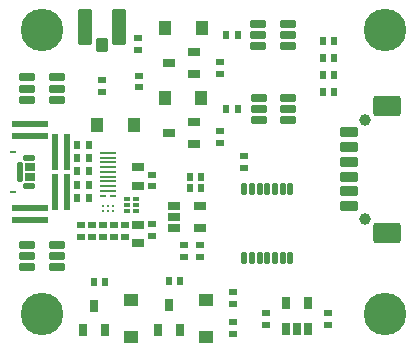
<source format=gts>
G04*
G04 #@! TF.GenerationSoftware,Altium Limited,Altium Designer,21.6.4 (81)*
G04*
G04 Layer_Color=8388736*
%FSLAX25Y25*%
%MOIN*%
G70*
G04*
G04 #@! TF.SameCoordinates,C1900F0A-900D-499D-9597-BB550FD85569*
G04*
G04*
G04 #@! TF.FilePolarity,Negative*
G04*
G01*
G75*
%ADD37R,0.02362X0.00787*%
%ADD38C,0.01102*%
G04:AMPARAMS|DCode=39|XSize=13.78mil|YSize=22.44mil|CornerRadius=1.58mil|HoleSize=0mil|Usage=FLASHONLY|Rotation=90.000|XOffset=0mil|YOffset=0mil|HoleType=Round|Shape=RoundedRectangle|*
%AMROUNDEDRECTD39*
21,1,0.01378,0.01929,0,0,90.0*
21,1,0.01063,0.02244,0,0,90.0*
1,1,0.00315,0.00965,0.00532*
1,1,0.00315,0.00965,-0.00532*
1,1,0.00315,-0.00965,-0.00532*
1,1,0.00315,-0.00965,0.00532*
%
%ADD39ROUNDEDRECTD39*%
G04:AMPARAMS|DCode=40|XSize=13.78mil|YSize=21.26mil|CornerRadius=1.58mil|HoleSize=0mil|Usage=FLASHONLY|Rotation=90.000|XOffset=0mil|YOffset=0mil|HoleType=Round|Shape=RoundedRectangle|*
%AMROUNDEDRECTD40*
21,1,0.01378,0.01811,0,0,90.0*
21,1,0.01063,0.02126,0,0,90.0*
1,1,0.00315,0.00906,0.00532*
1,1,0.00315,0.00906,-0.00532*
1,1,0.00315,-0.00906,-0.00532*
1,1,0.00315,-0.00906,0.00532*
%
%ADD40ROUNDEDRECTD40*%
%ADD41R,0.04291X0.03110*%
%ADD42O,0.01968X0.04331*%
%ADD43R,0.03110X0.04291*%
G04:AMPARAMS|DCode=44|XSize=51.58mil|YSize=26.77mil|CornerRadius=4.82mil|HoleSize=0mil|Usage=FLASHONLY|Rotation=180.000|XOffset=0mil|YOffset=0mil|HoleType=Round|Shape=RoundedRectangle|*
%AMROUNDEDRECTD44*
21,1,0.05158,0.01713,0,0,180.0*
21,1,0.04193,0.02677,0,0,180.0*
1,1,0.00965,-0.02097,0.00856*
1,1,0.00965,0.02097,0.00856*
1,1,0.00965,0.02097,-0.00856*
1,1,0.00965,-0.02097,-0.00856*
%
%ADD44ROUNDEDRECTD44*%
%ADD45R,0.02756X0.02362*%
%ADD46R,0.02362X0.02756*%
%ADD47O,0.02402X0.00906*%
%ADD48O,0.05551X0.00906*%
%ADD49R,0.03937X0.03150*%
%ADD50R,0.03150X0.03937*%
G04:AMPARAMS|DCode=51|XSize=43.31mil|YSize=45.28mil|CornerRadius=5.91mil|HoleSize=0mil|Usage=FLASHONLY|Rotation=0.000|XOffset=0mil|YOffset=0mil|HoleType=Round|Shape=RoundedRectangle|*
%AMROUNDEDRECTD51*
21,1,0.04331,0.03347,0,0,0.0*
21,1,0.03150,0.04528,0,0,0.0*
1,1,0.01181,0.01575,-0.01673*
1,1,0.01181,-0.01575,-0.01673*
1,1,0.01181,-0.01575,0.01673*
1,1,0.01181,0.01575,0.01673*
%
%ADD51ROUNDEDRECTD51*%
G04:AMPARAMS|DCode=52|XSize=44.29mil|YSize=122.05mil|CornerRadius=6mil|HoleSize=0mil|Usage=FLASHONLY|Rotation=180.000|XOffset=0mil|YOffset=0mil|HoleType=Round|Shape=RoundedRectangle|*
%AMROUNDEDRECTD52*
21,1,0.04429,0.11004,0,0,180.0*
21,1,0.03228,0.12205,0,0,180.0*
1,1,0.01201,-0.01614,0.05502*
1,1,0.01201,0.01614,0.05502*
1,1,0.01201,0.01614,-0.05502*
1,1,0.01201,-0.01614,-0.05502*
%
%ADD52ROUNDEDRECTD52*%
G04:AMPARAMS|DCode=53|XSize=66.93mil|YSize=90.55mil|CornerRadius=8.27mil|HoleSize=0mil|Usage=FLASHONLY|Rotation=90.000|XOffset=0mil|YOffset=0mil|HoleType=Round|Shape=RoundedRectangle|*
%AMROUNDEDRECTD53*
21,1,0.06693,0.07402,0,0,90.0*
21,1,0.05039,0.09055,0,0,90.0*
1,1,0.01654,0.03701,0.02520*
1,1,0.01654,0.03701,-0.02520*
1,1,0.01654,-0.03701,-0.02520*
1,1,0.01654,-0.03701,0.02520*
%
%ADD53ROUNDEDRECTD53*%
G04:AMPARAMS|DCode=54|XSize=31.5mil|YSize=62.99mil|CornerRadius=4.72mil|HoleSize=0mil|Usage=FLASHONLY|Rotation=90.000|XOffset=0mil|YOffset=0mil|HoleType=Round|Shape=RoundedRectangle|*
%AMROUNDEDRECTD54*
21,1,0.03150,0.05354,0,0,90.0*
21,1,0.02205,0.06299,0,0,90.0*
1,1,0.00945,0.02677,0.01102*
1,1,0.00945,0.02677,-0.01102*
1,1,0.00945,-0.02677,-0.01102*
1,1,0.00945,-0.02677,0.01102*
%
%ADD54ROUNDEDRECTD54*%
%ADD55R,0.04134X0.04528*%
%ADD56R,0.04528X0.04134*%
G04:AMPARAMS|DCode=57|XSize=19.09mil|YSize=41.34mil|CornerRadius=2.35mil|HoleSize=0mil|Usage=FLASHONLY|Rotation=90.000|XOffset=0mil|YOffset=0mil|HoleType=Round|Shape=RoundedRectangle|*
%AMROUNDEDRECTD57*
21,1,0.01909,0.03664,0,0,90.0*
21,1,0.01440,0.04134,0,0,90.0*
1,1,0.00470,0.01832,0.00720*
1,1,0.00470,0.01832,-0.00720*
1,1,0.00470,-0.01832,-0.00720*
1,1,0.00470,-0.01832,0.00720*
%
%ADD57ROUNDEDRECTD57*%
G04:AMPARAMS|DCode=58|XSize=25.98mil|YSize=33.07mil|CornerRadius=2.52mil|HoleSize=0mil|Usage=FLASHONLY|Rotation=90.000|XOffset=0mil|YOffset=0mil|HoleType=Round|Shape=RoundedRectangle|*
%AMROUNDEDRECTD58*
21,1,0.02598,0.02803,0,0,90.0*
21,1,0.02095,0.03307,0,0,90.0*
1,1,0.00504,0.01402,0.01047*
1,1,0.00504,0.01402,-0.01047*
1,1,0.00504,-0.01402,-0.01047*
1,1,0.00504,-0.01402,0.01047*
%
%ADD58ROUNDEDRECTD58*%
G04:AMPARAMS|DCode=59|XSize=64.96mil|YSize=18.7mil|CornerRadius=2.34mil|HoleSize=0mil|Usage=FLASHONLY|Rotation=90.000|XOffset=0mil|YOffset=0mil|HoleType=Round|Shape=RoundedRectangle|*
%AMROUNDEDRECTD59*
21,1,0.06496,0.01403,0,0,90.0*
21,1,0.06029,0.01870,0,0,90.0*
1,1,0.00468,0.00701,0.03014*
1,1,0.00468,0.00701,-0.03014*
1,1,0.00468,-0.00701,-0.03014*
1,1,0.00468,-0.00701,0.03014*
%
%ADD59ROUNDEDRECTD59*%
%ADD60R,0.03937X0.02756*%
%ADD61C,0.03937*%
%ADD62C,0.14173*%
D37*
X2292Y65694D02*
D03*
X2292Y52505D02*
D03*
D38*
X32284Y46166D02*
D03*
X33859D02*
D03*
X35434D02*
D03*
X32284Y47741D02*
D03*
X33859D02*
D03*
X35434D02*
D03*
D39*
X43111Y46166D02*
D03*
D40*
X43151Y48135D02*
D03*
Y50103D02*
D03*
X40198Y48135D02*
D03*
Y50103D02*
D03*
Y46166D02*
D03*
D41*
X64371Y47938D02*
D03*
Y40458D02*
D03*
X55710Y47938D02*
D03*
Y44198D02*
D03*
Y40458D02*
D03*
D42*
X94588Y30320D02*
D03*
X92028D02*
D03*
X89469D02*
D03*
X86910D02*
D03*
X84351D02*
D03*
X81792D02*
D03*
X79233D02*
D03*
Y53548D02*
D03*
X81792D02*
D03*
X84351D02*
D03*
X86910D02*
D03*
X89469D02*
D03*
X92028D02*
D03*
X94588D02*
D03*
D43*
X93111Y15359D02*
D03*
X100592D02*
D03*
X93111Y6698D02*
D03*
X96851D02*
D03*
X100592D02*
D03*
D44*
X93721Y101088D02*
D03*
Y104828D02*
D03*
Y108568D02*
D03*
X83840Y101088D02*
D03*
Y104828D02*
D03*
Y108568D02*
D03*
X93918Y76383D02*
D03*
Y80123D02*
D03*
Y83863D02*
D03*
X84036Y76383D02*
D03*
Y80123D02*
D03*
Y83863D02*
D03*
X16655Y83174D02*
D03*
Y86914D02*
D03*
Y90654D02*
D03*
X6773Y83174D02*
D03*
Y86914D02*
D03*
Y90654D02*
D03*
X6871Y34946D02*
D03*
Y31206D02*
D03*
Y27466D02*
D03*
X16753Y34946D02*
D03*
Y31206D02*
D03*
Y27466D02*
D03*
D45*
X64371Y30911D02*
D03*
Y34848D02*
D03*
X59056Y34749D02*
D03*
Y30812D02*
D03*
X48328Y58273D02*
D03*
Y54336D02*
D03*
X31792Y85832D02*
D03*
Y89769D02*
D03*
X48328Y37800D02*
D03*
Y41737D02*
D03*
X71261Y95674D02*
D03*
Y91737D02*
D03*
X43899Y99808D02*
D03*
Y103745D02*
D03*
X71261Y72840D02*
D03*
Y68903D02*
D03*
X43997Y87308D02*
D03*
Y91245D02*
D03*
X75395Y5221D02*
D03*
Y9159D02*
D03*
Y19099D02*
D03*
Y15162D02*
D03*
X35729Y41442D02*
D03*
Y37505D02*
D03*
X32088Y41442D02*
D03*
Y37505D02*
D03*
X39371D02*
D03*
Y41442D02*
D03*
X28446Y37505D02*
D03*
Y41442D02*
D03*
X24903Y37505D02*
D03*
Y41442D02*
D03*
X79233Y60536D02*
D03*
Y64473D02*
D03*
X86615Y8174D02*
D03*
Y12111D02*
D03*
X106989Y12210D02*
D03*
Y8273D02*
D03*
X10139Y71084D02*
D03*
Y75021D02*
D03*
X12501Y71084D02*
D03*
Y75021D02*
D03*
X7777Y71084D02*
D03*
Y75021D02*
D03*
X3052Y71068D02*
D03*
Y75005D02*
D03*
X5414Y71084D02*
D03*
Y75021D02*
D03*
X5413Y47151D02*
D03*
Y43214D02*
D03*
X3051Y47151D02*
D03*
Y43214D02*
D03*
X7777Y47151D02*
D03*
Y43214D02*
D03*
X10139Y47151D02*
D03*
Y43214D02*
D03*
X12501Y47151D02*
D03*
Y43214D02*
D03*
D46*
X27379Y54852D02*
D03*
X23442D02*
D03*
X27363Y50399D02*
D03*
X23426D02*
D03*
X27379Y59306D02*
D03*
X23442D02*
D03*
X27363Y68214D02*
D03*
X23426D02*
D03*
X27379Y63760D02*
D03*
X23442D02*
D03*
X54036Y22741D02*
D03*
X57973D02*
D03*
X29036Y22446D02*
D03*
X32973D02*
D03*
X109253Y91376D02*
D03*
X105316D02*
D03*
X109253Y102859D02*
D03*
X105316D02*
D03*
X109253Y85635D02*
D03*
X105316D02*
D03*
X109253Y97118D02*
D03*
X105316D02*
D03*
X64962Y57387D02*
D03*
X61025D02*
D03*
Y53647D02*
D03*
X64962D02*
D03*
X77166Y104828D02*
D03*
X73229D02*
D03*
X77068Y80221D02*
D03*
X73131D02*
D03*
X16044Y61029D02*
D03*
X19981D02*
D03*
X16044Y63391D02*
D03*
X19981D02*
D03*
X16044Y70477D02*
D03*
X19981D02*
D03*
X16044Y65753D02*
D03*
X19981D02*
D03*
X16044Y68115D02*
D03*
X19981D02*
D03*
X16044Y52564D02*
D03*
X19981D02*
D03*
X16044Y47840D02*
D03*
X19981D02*
D03*
X16044Y50203D02*
D03*
X19981D02*
D03*
X16044Y54926D02*
D03*
X19981D02*
D03*
X16044Y57288D02*
D03*
X19981D02*
D03*
D47*
X32182Y51284D02*
D03*
X35340D02*
D03*
D48*
X33761Y62308D02*
D03*
Y60733D02*
D03*
Y59158D02*
D03*
Y57584D02*
D03*
Y56009D02*
D03*
Y54434D02*
D03*
Y52859D02*
D03*
Y63883D02*
D03*
Y65458D02*
D03*
D49*
X54233Y95477D02*
D03*
X62501Y99217D02*
D03*
Y91737D02*
D03*
X54135Y72151D02*
D03*
X62402Y75891D02*
D03*
Y68410D02*
D03*
D50*
X54135Y14670D02*
D03*
X57875Y6403D02*
D03*
X50395D02*
D03*
X29135Y14572D02*
D03*
X32875Y6304D02*
D03*
X25395D02*
D03*
D51*
X31792Y101383D02*
D03*
D52*
X37599Y107387D02*
D03*
X25985D02*
D03*
D53*
X126969Y81201D02*
D03*
Y38878D02*
D03*
D54*
X114272Y72342D02*
D03*
Y67421D02*
D03*
Y62500D02*
D03*
Y57579D02*
D03*
Y52658D02*
D03*
Y47736D02*
D03*
D55*
X65060Y106993D02*
D03*
X52757D02*
D03*
X64962Y83765D02*
D03*
X52658D02*
D03*
X30021Y74906D02*
D03*
X42324D02*
D03*
D56*
X66339Y4139D02*
D03*
Y16442D02*
D03*
X41487Y3991D02*
D03*
Y16294D02*
D03*
D57*
X7462Y54306D02*
D03*
Y63895D02*
D03*
D58*
X7875Y57387D02*
D03*
Y60812D02*
D03*
D59*
X4499Y59099D02*
D03*
D60*
X43957Y60674D02*
D03*
Y54532D02*
D03*
X43899Y41462D02*
D03*
Y35320D02*
D03*
D61*
X119488Y76476D02*
D03*
Y43602D02*
D03*
D62*
X125984Y106299D02*
D03*
Y11811D02*
D03*
X11811D02*
D03*
Y106299D02*
D03*
M02*

</source>
